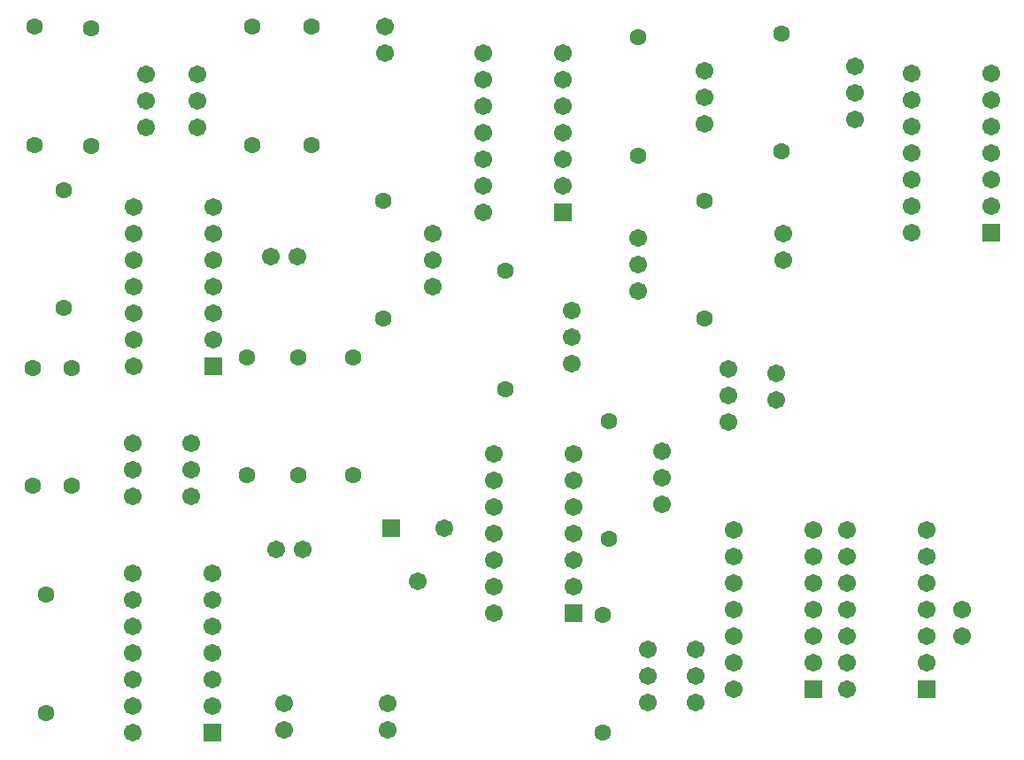
<source format=gts>
G04 Layer_Color=8388736*
%FSLAX44Y44*%
%MOMM*%
G71*
G01*
G75*
%ADD16R,1.7032X1.7032*%
%ADD17C,1.7032*%
%ADD18C,1.6032*%
D16*
X628650Y477520D02*
D03*
X1202690Y760730D02*
D03*
X1032510Y323850D02*
D03*
X1140460D02*
D03*
X457200Y281940D02*
D03*
X802640Y396240D02*
D03*
X792480Y779780D02*
D03*
X458470Y632460D02*
D03*
D17*
X654050Y426720D02*
D03*
X679450Y477520D02*
D03*
X1174750Y374650D02*
D03*
Y400050D02*
D03*
X622300Y957580D02*
D03*
Y932180D02*
D03*
X624840Y309880D02*
D03*
Y284480D02*
D03*
X525780Y309880D02*
D03*
Y284480D02*
D03*
X873760Y311150D02*
D03*
Y336550D02*
D03*
Y361950D02*
D03*
X887730Y500380D02*
D03*
Y525780D02*
D03*
Y551180D02*
D03*
X919480Y311150D02*
D03*
Y336550D02*
D03*
Y361950D02*
D03*
X1126490Y913130D02*
D03*
Y887730D02*
D03*
Y862330D02*
D03*
Y836930D02*
D03*
Y811530D02*
D03*
Y786130D02*
D03*
Y760730D02*
D03*
X1202690Y913130D02*
D03*
Y887730D02*
D03*
Y862330D02*
D03*
Y836930D02*
D03*
Y811530D02*
D03*
Y786130D02*
D03*
X996950Y626110D02*
D03*
Y600710D02*
D03*
X956310Y476250D02*
D03*
Y450850D02*
D03*
Y425450D02*
D03*
Y400050D02*
D03*
Y374650D02*
D03*
Y349250D02*
D03*
Y323850D02*
D03*
X1032510Y476250D02*
D03*
Y450850D02*
D03*
Y425450D02*
D03*
Y400050D02*
D03*
Y374650D02*
D03*
Y349250D02*
D03*
X1064260Y476250D02*
D03*
Y450850D02*
D03*
Y425450D02*
D03*
Y400050D02*
D03*
Y374650D02*
D03*
Y349250D02*
D03*
Y323850D02*
D03*
X1140460Y476250D02*
D03*
Y450850D02*
D03*
Y425450D02*
D03*
Y400050D02*
D03*
Y374650D02*
D03*
Y349250D02*
D03*
X381000Y434340D02*
D03*
Y408940D02*
D03*
Y383540D02*
D03*
Y358140D02*
D03*
Y332740D02*
D03*
Y307340D02*
D03*
Y281940D02*
D03*
X457200Y434340D02*
D03*
Y408940D02*
D03*
Y383540D02*
D03*
Y358140D02*
D03*
Y332740D02*
D03*
Y307340D02*
D03*
X726440Y548640D02*
D03*
Y523240D02*
D03*
Y497840D02*
D03*
Y472440D02*
D03*
Y447040D02*
D03*
Y421640D02*
D03*
Y396240D02*
D03*
X802640Y548640D02*
D03*
Y523240D02*
D03*
Y497840D02*
D03*
Y472440D02*
D03*
Y447040D02*
D03*
Y421640D02*
D03*
X381000Y558800D02*
D03*
Y533400D02*
D03*
Y508000D02*
D03*
X1071880Y919480D02*
D03*
Y894080D02*
D03*
Y868680D02*
D03*
X436880Y558800D02*
D03*
Y533400D02*
D03*
Y508000D02*
D03*
X543560Y457200D02*
D03*
X518160D02*
D03*
X951230Y579120D02*
D03*
Y604520D02*
D03*
Y629920D02*
D03*
X801370Y685800D02*
D03*
Y660400D02*
D03*
Y635000D02*
D03*
X864870Y755650D02*
D03*
Y730250D02*
D03*
Y704850D02*
D03*
X1003300Y734060D02*
D03*
Y759460D02*
D03*
X668020D02*
D03*
Y734060D02*
D03*
Y708660D02*
D03*
X928370Y915670D02*
D03*
Y890270D02*
D03*
Y864870D02*
D03*
X716280Y932180D02*
D03*
Y906780D02*
D03*
Y881380D02*
D03*
Y855980D02*
D03*
Y830580D02*
D03*
Y805180D02*
D03*
Y779780D02*
D03*
X792480Y932180D02*
D03*
Y906780D02*
D03*
Y881380D02*
D03*
Y855980D02*
D03*
Y830580D02*
D03*
Y805180D02*
D03*
X382270Y784860D02*
D03*
Y759460D02*
D03*
Y734060D02*
D03*
Y708660D02*
D03*
Y683260D02*
D03*
Y657860D02*
D03*
Y632460D02*
D03*
X458470Y784860D02*
D03*
Y759460D02*
D03*
Y734060D02*
D03*
Y708660D02*
D03*
Y683260D02*
D03*
Y657860D02*
D03*
X513080Y737870D02*
D03*
X538480D02*
D03*
X393700Y861060D02*
D03*
Y886460D02*
D03*
Y911860D02*
D03*
X443230Y861060D02*
D03*
Y886460D02*
D03*
Y911860D02*
D03*
D18*
X737870Y610870D02*
D03*
Y723900D02*
D03*
X830580Y394970D02*
D03*
Y281940D02*
D03*
X836930Y467360D02*
D03*
Y580390D02*
D03*
X298450Y414020D02*
D03*
Y300990D02*
D03*
X1002030Y951230D02*
D03*
Y838200D02*
D03*
X928370Y678180D02*
D03*
Y791210D02*
D03*
X539750Y528320D02*
D03*
Y641350D02*
D03*
X322580Y518160D02*
D03*
Y631190D02*
D03*
X490220Y528320D02*
D03*
Y641350D02*
D03*
X285750Y518160D02*
D03*
Y631190D02*
D03*
X864870Y834390D02*
D03*
Y947420D02*
D03*
X314960Y801370D02*
D03*
Y688340D02*
D03*
X591820Y528320D02*
D03*
Y641350D02*
D03*
X621030Y678180D02*
D03*
Y791210D02*
D03*
X552450Y844550D02*
D03*
Y957580D02*
D03*
X341630Y956310D02*
D03*
Y843280D02*
D03*
X495300Y844550D02*
D03*
Y957580D02*
D03*
X287020Y844550D02*
D03*
Y957580D02*
D03*
M02*

</source>
